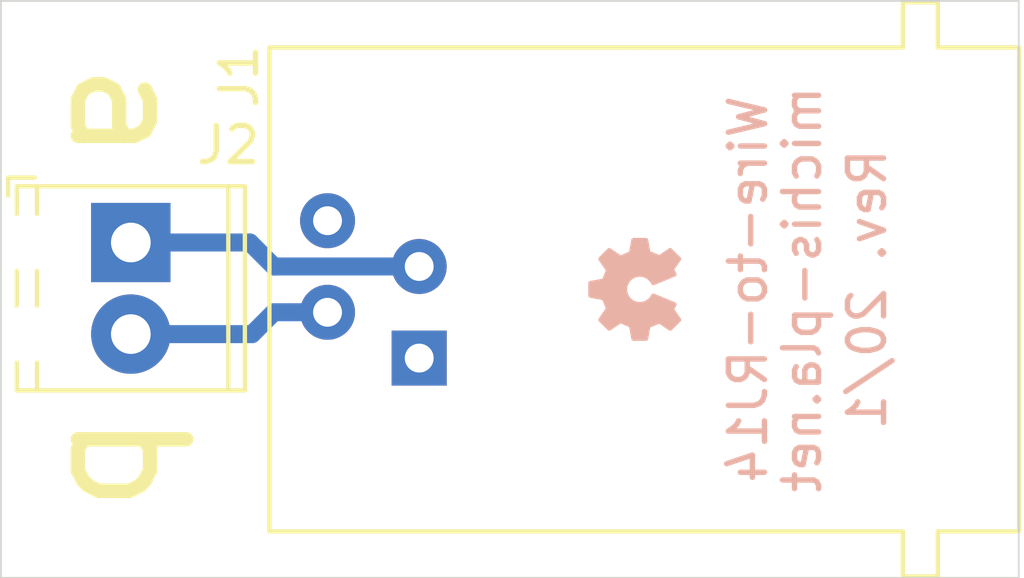
<source format=kicad_pcb>
(kicad_pcb (version 20171130) (host pcbnew "(5.1.8)-1")

  (general
    (thickness 1.6)
    (drawings 9)
    (tracks 6)
    (zones 0)
    (modules 3)
    (nets 5)
  )

  (page A4)
  (title_block
    (title Wire-to-RJ14)
    (date 2020-11-18)
    (rev 20/1)
    (company "Michael Bemmerl")
    (comment 1 "Open Hardware: CERN OHL v1.2")
  )

  (layers
    (0 F.Cu signal)
    (31 B.Cu signal)
    (32 B.Adhes user)
    (33 F.Adhes user)
    (34 B.Paste user)
    (35 F.Paste user)
    (36 B.SilkS user)
    (37 F.SilkS user)
    (38 B.Mask user)
    (39 F.Mask user)
    (40 Dwgs.User user)
    (41 Cmts.User user)
    (42 Eco1.User user)
    (43 Eco2.User user)
    (44 Edge.Cuts user)
    (45 Margin user)
    (46 B.CrtYd user)
    (47 F.CrtYd user)
    (48 B.Fab user)
    (49 F.Fab user hide)
  )

  (setup
    (last_trace_width 0.25)
    (user_trace_width 0.5)
    (trace_clearance 0.2)
    (zone_clearance 0.508)
    (zone_45_only no)
    (trace_min 0.2)
    (via_size 0.8)
    (via_drill 0.4)
    (via_min_size 0.4)
    (via_min_drill 0.3)
    (uvia_size 0.3)
    (uvia_drill 0.1)
    (uvias_allowed no)
    (uvia_min_size 0.2)
    (uvia_min_drill 0.1)
    (edge_width 0.05)
    (segment_width 0.2)
    (pcb_text_width 0.3)
    (pcb_text_size 1.5 1.5)
    (mod_edge_width 0.12)
    (mod_text_size 1 1)
    (mod_text_width 0.15)
    (pad_size 1.524 1.524)
    (pad_drill 0.762)
    (pad_to_mask_clearance 0)
    (aux_axis_origin 0 0)
    (visible_elements 7FFFFFFF)
    (pcbplotparams
      (layerselection 0x010fc_ffffffff)
      (usegerberextensions false)
      (usegerberattributes true)
      (usegerberadvancedattributes true)
      (creategerberjobfile true)
      (excludeedgelayer true)
      (linewidth 0.100000)
      (plotframeref false)
      (viasonmask false)
      (mode 1)
      (useauxorigin false)
      (hpglpennumber 1)
      (hpglpenspeed 20)
      (hpglpendiameter 15.000000)
      (psnegative false)
      (psa4output false)
      (plotreference true)
      (plotvalue true)
      (plotinvisibletext false)
      (padsonsilk false)
      (subtractmaskfromsilk false)
      (outputformat 1)
      (mirror false)
      (drillshape 1)
      (scaleselection 1)
      (outputdirectory ""))
  )

  (net 0 "")
  (net 1 "Net-(J1-Pad4)")
  (net 2 "Net-(J1-Pad1)")
  (net 3 /La)
  (net 4 /Lb)

  (net_class Default "This is the default net class."
    (clearance 0.2)
    (trace_width 0.25)
    (via_dia 0.8)
    (via_drill 0.4)
    (uvia_dia 0.3)
    (uvia_drill 0.1)
    (add_net /La)
    (add_net /Lb)
    (add_net "Net-(J1-Pad1)")
    (add_net "Net-(J1-Pad4)")
  )

  (module mibe:OSHW-Logo_2.7x2.5mm_SilkScreen_NoText (layer B.Cu) (tedit 5ED42AC1) (tstamp 5FB5A179)
    (at 172.7 100 270)
    (descr "Imported from c:\\Users\\Michi\\Desktopaa\\oshw-logo.svg")
    (tags svg2mod)
    (attr virtual)
    (fp_text reference REF** (at 0 0 90) (layer B.SilkS) hide
      (effects (font (size 1 1) (thickness 0.15)) (justify mirror))
    )
    (fp_text value OSHW-Logo_2.7x2.5mm_SilkScreen_NoText (at 0 0 90) (layer B.Fab) hide
      (effects (font (size 1 1) (thickness 0.15)) (justify mirror))
    )
    (fp_poly (pts (xy 1.373638 0.193721) (xy 1.032614 0.257139) (xy 1.02046 0.263416) (xy 1.012429 0.274496)
      (xy 0.907896 0.51837) (xy 0.905459 0.531745) (xy 0.909555 0.544723) (xy 1.108249 0.834322)
      (xy 1.11119 0.846467) (xy 1.106071 0.857897) (xy 0.857901 1.106068) (xy 0.846494 1.111194)
      (xy 0.834356 1.108185) (xy 0.539676 0.905963) (xy 0.526656 0.901823) (xy 0.513185 0.904111)
      (xy 0.276777 1.000901) (xy 0.265645 1.008753) (xy 0.259351 1.020851) (xy 0.193694 1.373575)
      (xy 0.187196 1.384257) (xy 0.175501 1.388709) (xy -0.175501 1.388709) (xy -0.187178 1.384267)
      (xy -0.193673 1.373575) (xy -0.25931 1.020851) (xy -0.265595 1.008753) (xy -0.276735 1.000901)
      (xy -0.513164 0.904127) (xy -0.526651 0.901878) (xy -0.539655 0.905979) (xy -0.834314 1.1082)
      (xy -0.846478 1.11116) (xy -0.85788 1.106084) (xy -1.106071 0.857913) (xy -1.111197 0.846492)
      (xy -1.108248 0.834338) (xy -0.909534 0.544738) (xy -0.905471 0.531751) (xy -0.907896 0.518386)
      (xy -1.01245 0.274512) (xy -1.020457 0.263402) (xy -1.032635 0.257155) (xy -1.373638 0.193737)
      (xy -1.384326 0.1872) (xy -1.38876 0.175507) (xy -1.388739 -0.175473) (xy -1.384297 -0.187184)
      (xy -1.373616 -0.193677) (xy -1.040974 -0.255578) (xy -1.028929 -0.261892) (xy -1.021225 -0.273067)
      (xy -0.917376 -0.532481) (xy -0.915164 -0.545972) (xy -0.919347 -0.558971) (xy -1.108291 -0.834317)
      (xy -1.111231 -0.846472) (xy -1.106113 -0.857892) (xy -0.857902 -1.106063) (xy -0.8465 -1.11116)
      (xy -0.834336 -1.10818) (xy -0.563865 -0.922535) (xy -0.551016 -0.918725) (xy -0.537934 -0.921741)
      (xy -0.418651 -0.985426) (xy -0.399048 -0.978203) (xy -0.153097 -0.383928) (xy -0.152778 -0.371535)
      (xy -0.160317 -0.361703) (xy -0.190168 -0.34342) (xy -0.209046 -0.328974) (xy -0.228804 -0.315448)
      (xy -0.247661 -0.300761) (xy -0.265565 -0.284966) (xy -0.282466 -0.268114) (xy -0.29831 -0.250255)
      (xy -0.313047 -0.23144) (xy -0.326626 -0.211722) (xy -0.338994 -0.19115) (xy -0.3501 -0.169777)
      (xy -0.359893 -0.147654) (xy -0.368321 -0.12483) (xy -0.375332 -0.101359) (xy -0.380874 -0.077291)
      (xy -0.384897 -0.052676) (xy -0.387349 -0.027568) (xy -0.388177 -0.002015) (xy -0.387414 0.022533)
      (xy -0.385153 0.046675) (xy -0.38144 0.070366) (xy -0.376322 0.09356) (xy -0.369843 0.116212)
      (xy -0.362048 0.138276) (xy -0.352984 0.159708) (xy -0.342696 0.18046) (xy -0.331229 0.200489)
      (xy -0.318628 0.219748) (xy -0.30494 0.238192) (xy -0.29021 0.255775) (xy -0.274483 0.272453)
      (xy -0.257805 0.288179) (xy -0.240221 0.302909) (xy -0.221776 0.316596) (xy -0.202517 0.329196)
      (xy -0.182488 0.340662) (xy -0.161736 0.350949) (xy -0.140305 0.360013) (xy -0.118241 0.367806)
      (xy -0.09559 0.374285) (xy -0.072397 0.379403) (xy -0.048708 0.383115) (xy -0.024567 0.385376)
      (xy -0.000022 0.386139) (xy 0.024524 0.385376) (xy 0.048664 0.383115) (xy 0.072353 0.379403)
      (xy 0.095546 0.374285) (xy 0.118196 0.367806) (xy 0.140259 0.360013) (xy 0.161689 0.350949)
      (xy 0.18244 0.340662) (xy 0.202468 0.329196) (xy 0.221726 0.316596) (xy 0.240169 0.302909)
      (xy 0.257752 0.288179) (xy 0.274429 0.272453) (xy 0.290155 0.255775) (xy 0.304884 0.238192)
      (xy 0.318571 0.219748) (xy 0.33117 0.200489) (xy 0.342636 0.18046) (xy 0.352924 0.159708)
      (xy 0.361987 0.138276) (xy 0.369781 0.116212) (xy 0.376259 0.09356) (xy 0.381377 0.070366)
      (xy 0.385089 0.046675) (xy 0.38735 0.022533) (xy 0.388113 -0.002015) (xy 0.387285 -0.027568)
      (xy 0.384834 -0.052676) (xy 0.380812 -0.077291) (xy 0.37527 -0.101359) (xy 0.368261 -0.12483)
      (xy 0.359835 -0.147654) (xy 0.350043 -0.169777) (xy 0.338938 -0.19115) (xy 0.326571 -0.211722)
      (xy 0.312993 -0.23144) (xy 0.298255 -0.250255) (xy 0.28241 -0.268114) (xy 0.265509 -0.284966)
      (xy 0.247603 -0.300761) (xy 0.228743 -0.315448) (xy 0.208982 -0.328974) (xy 0.190146 -0.34342)
      (xy 0.160294 -0.361703) (xy 0.15278 -0.371535) (xy 0.153075 -0.383928) (xy 0.399005 -0.978224)
      (xy 0.418608 -0.985447) (xy 0.537891 -0.921762) (xy 0.550981 -0.918806) (xy 0.563822 -0.922556)
      (xy 0.834314 -1.108201) (xy 0.846467 -1.111141) (xy 0.857859 -1.106084) (xy 1.10607 -0.857913)
      (xy 1.111204 -0.846483) (xy 1.108248 -0.834339) (xy 0.919283 -0.558992) (xy 0.915127 -0.545997)
      (xy 0.917333 -0.532502) (xy 1.021182 -0.273086) (xy 1.028875 -0.261881) (xy 1.04091 -0.255597)
      (xy 1.373553 -0.193695) (xy 1.384226 -0.187163) (xy 1.388677 -0.175492) (xy 1.388718 0.175491)
      (xy 1.384297 0.187206) (xy 1.373637 0.193721) (xy 1.373638 0.193721)) (layer B.SilkS) (width 0.078406))
  )

  (module TerminalBlock_Phoenix:TerminalBlock_Phoenix_MPT-0,5-2-2.54_1x02_P2.54mm_Horizontal (layer F.Cu) (tedit 5B294F98) (tstamp 5FB59BCE)
    (at 158.6 98.7 270)
    (descr "Terminal Block Phoenix MPT-0,5-2-2.54, 2 pins, pitch 2.54mm, size 5.54x6.2mm^2, drill diamater 1.1mm, pad diameter 2.2mm, see http://www.mouser.com/ds/2/324/ItemDetail_1725656-920552.pdf, script-generated using https://github.com/pointhi/kicad-footprint-generator/scripts/TerminalBlock_Phoenix")
    (tags "THT Terminal Block Phoenix MPT-0,5-2-2.54 pitch 2.54mm size 5.54x6.2mm^2 drill 1.1mm pad 2.2mm")
    (path /5FB460A5)
    (fp_text reference J2 (at -2.7 -2.7 180) (layer F.SilkS)
      (effects (font (size 1 1) (thickness 0.15)))
    )
    (fp_text value Screw_Terminal_01x02 (at 1.27 4.16 90) (layer F.Fab)
      (effects (font (size 1 1) (thickness 0.15)))
    )
    (fp_line (start 4.54 -3.6) (end -2 -3.6) (layer F.CrtYd) (width 0.05))
    (fp_line (start 4.54 3.6) (end 4.54 -3.6) (layer F.CrtYd) (width 0.05))
    (fp_line (start -2 3.6) (end 4.54 3.6) (layer F.CrtYd) (width 0.05))
    (fp_line (start -2 -3.6) (end -2 3.6) (layer F.CrtYd) (width 0.05))
    (fp_line (start -1.8 3.4) (end -1.3 3.4) (layer F.SilkS) (width 0.12))
    (fp_line (start -1.8 2.66) (end -1.8 3.4) (layer F.SilkS) (width 0.12))
    (fp_line (start 3.241 -0.835) (end 1.706 0.7) (layer F.Fab) (width 0.1))
    (fp_line (start 3.375 -0.7) (end 1.84 0.835) (layer F.Fab) (width 0.1))
    (fp_line (start 0.701 -0.835) (end -0.835 0.7) (layer F.Fab) (width 0.1))
    (fp_line (start 0.835 -0.7) (end -0.701 0.835) (layer F.Fab) (width 0.1))
    (fp_line (start 4.1 -3.16) (end 4.1 3.16) (layer F.SilkS) (width 0.12))
    (fp_line (start -1.56 -3.16) (end -1.56 3.16) (layer F.SilkS) (width 0.12))
    (fp_line (start 3.33 3.16) (end 4.1 3.16) (layer F.SilkS) (width 0.12))
    (fp_line (start 0.79 3.16) (end 1.75 3.16) (layer F.SilkS) (width 0.12))
    (fp_line (start -1.56 3.16) (end -0.79 3.16) (layer F.SilkS) (width 0.12))
    (fp_line (start -1.56 -3.16) (end 4.1 -3.16) (layer F.SilkS) (width 0.12))
    (fp_line (start -1.56 -2.7) (end 4.1 -2.7) (layer F.SilkS) (width 0.12))
    (fp_line (start -1.5 -2.7) (end 4.04 -2.7) (layer F.Fab) (width 0.1))
    (fp_line (start 3.33 2.6) (end 4.1 2.6) (layer F.SilkS) (width 0.12))
    (fp_line (start 0.79 2.6) (end 1.75 2.6) (layer F.SilkS) (width 0.12))
    (fp_line (start -1.56 2.6) (end -0.79 2.6) (layer F.SilkS) (width 0.12))
    (fp_line (start -1.5 2.6) (end 4.04 2.6) (layer F.Fab) (width 0.1))
    (fp_line (start -1.5 2.6) (end -1.5 -3.1) (layer F.Fab) (width 0.1))
    (fp_line (start -1 3.1) (end -1.5 2.6) (layer F.Fab) (width 0.1))
    (fp_line (start 4.04 3.1) (end -1 3.1) (layer F.Fab) (width 0.1))
    (fp_line (start 4.04 -3.1) (end 4.04 3.1) (layer F.Fab) (width 0.1))
    (fp_line (start -1.5 -3.1) (end 4.04 -3.1) (layer F.Fab) (width 0.1))
    (fp_circle (center 2.54 0) (end 3.64 0) (layer F.Fab) (width 0.1))
    (fp_circle (center 0 0) (end 1.1 0) (layer F.Fab) (width 0.1))
    (fp_text user %R (at 1.27 2 90) (layer F.Fab)
      (effects (font (size 1 1) (thickness 0.15)))
    )
    (pad "" np_thru_hole circle (at 2.54 2.54 270) (size 1.1 1.1) (drill 1.1) (layers *.Cu *.Mask))
    (pad 2 thru_hole circle (at 2.54 0 270) (size 2.2 2.2) (drill 1.1) (layers *.Cu *.Mask)
      (net 4 /Lb))
    (pad "" np_thru_hole circle (at 0 2.54 270) (size 1.1 1.1) (drill 1.1) (layers *.Cu *.Mask))
    (pad 1 thru_hole rect (at 0 0 270) (size 2.2 2.2) (drill 1.1) (layers *.Cu *.Mask)
      (net 3 /La))
    (model ${KISYS3DMOD}/TerminalBlock_Phoenix.3dshapes/TerminalBlock_Phoenix_MPT-0,5-2-2.54_1x02_P2.54mm_Horizontal.wrl
      (at (xyz 0 0 0))
      (scale (xyz 1 1 1))
      (rotate (xyz 0 0 0))
    )
  )

  (module mibe:RJ14_Reichelt_MEBP_6-4S (layer F.Cu) (tedit 5FB450E8) (tstamp 5FB59C59)
    (at 183.1 100 90)
    (path /5FB4540E)
    (fp_text reference J1 (at 5.9 -21.5 90) (layer F.SilkS)
      (effects (font (size 1 1) (thickness 0.15)))
    )
    (fp_text value 6P4C (at 0 1.6 90) (layer F.Fab)
      (effects (font (size 1 1) (thickness 0.15)))
    )
    (fp_line (start -6.71 -3.11) (end -6.71 -20.66) (layer F.SilkS) (width 0.12))
    (fp_line (start -6.71 0.11) (end -6.71 -2.14) (layer F.SilkS) (width 0.12))
    (fp_line (start -7.96 -2.14) (end -6.71 -2.14) (layer F.SilkS) (width 0.12))
    (fp_line (start -7.96 -3.11) (end -7.96 -2.14) (layer F.SilkS) (width 0.12))
    (fp_line (start -6.71 -3.11) (end -7.96 -3.11) (layer F.SilkS) (width 0.12))
    (fp_line (start -6.71 -20.66) (end 6.71 -20.66) (layer F.SilkS) (width 0.12))
    (fp_line (start 6.71 -3.11) (end 6.71 -20.66) (layer F.SilkS) (width 0.12))
    (fp_line (start 7.96 -3.11) (end 6.71 -3.11) (layer F.SilkS) (width 0.12))
    (fp_line (start 7.96 -2.14) (end 7.96 -3.11) (layer F.SilkS) (width 0.12))
    (fp_line (start 6.71 -2.14) (end 7.96 -2.14) (layer F.SilkS) (width 0.12))
    (fp_line (start 6.71 0.11) (end 6.71 -2.14) (layer F.SilkS) (width 0.12))
    (fp_line (start -6.71 0.11) (end 6.71 0.11) (layer F.SilkS) (width 0.12))
    (fp_line (start -7.85 -2.25) (end -7.85 -3) (layer F.Fab) (width 0.1))
    (fp_line (start -6.6 -3) (end -7.85 -3) (layer F.Fab) (width 0.1))
    (fp_line (start -6.6 -2.25) (end -7.85 -2.25) (layer F.Fab) (width 0.1))
    (fp_line (start 7.85 -3) (end 7.85 -2.25) (layer F.Fab) (width 0.1))
    (fp_line (start 6.6 -2.25) (end 7.85 -2.25) (layer F.Fab) (width 0.1))
    (fp_line (start 6.6 -3) (end 7.85 -3) (layer F.Fab) (width 0.1))
    (fp_line (start -6.6 -20.55) (end -6.6 0) (layer F.Fab) (width 0.1))
    (fp_line (start 6.6 -20.55) (end -6.6 -20.55) (layer F.Fab) (width 0.1))
    (fp_line (start 6.6 0) (end 6.6 -20.55) (layer F.Fab) (width 0.1))
    (fp_line (start -6.6 0) (end 6.6 0) (layer F.Fab) (width 0.1))
    (fp_text user %R (at 0 -8.71 90) (layer F.Fab)
      (effects (font (size 1 1) (thickness 0.15)))
    )
    (pad "" np_thru_hole circle (at 5.05 -10.4 90) (size 3 3) (drill 3) (layers *.Cu *.Mask))
    (pad "" np_thru_hole circle (at -5.05 -10.4 90) (size 3 3) (drill 3) (layers *.Cu *.Mask))
    (pad 4 thru_hole circle (at 1.905 -19.05 90) (size 1.524 1.524) (drill 0.8) (layers *.Cu *.Mask)
      (net 1 "Net-(J1-Pad4)"))
    (pad 3 thru_hole circle (at 0.635 -16.51 90) (size 1.524 1.524) (drill 0.8) (layers *.Cu *.Mask)
      (net 3 /La))
    (pad 2 thru_hole circle (at -0.635 -19.05 90) (size 1.524 1.524) (drill 0.8) (layers *.Cu *.Mask)
      (net 4 /Lb))
    (pad 1 thru_hole rect (at -1.905 -16.51 90) (size 1.524 1.524) (drill 0.8) (layers *.Cu *.Mask)
      (net 2 "Net-(J1-Pad1)"))
  )

  (gr_text "Rev. 20/1" (at 179 100 90) (layer B.SilkS)
    (effects (font (size 1 1) (thickness 0.15)) (justify mirror))
  )
  (gr_text michis-pla.net (at 177.2 100 90) (layer B.SilkS)
    (effects (font (size 1 1) (thickness 0.15)) (justify mirror))
  )
  (gr_text Wire-to-RJ14 (at 175.7 100 90) (layer B.SilkS)
    (effects (font (size 1 1) (thickness 0.15)) (justify mirror))
  )
  (gr_text b (at 158.5 104.8 270) (layer F.SilkS) (tstamp 5FB5A017)
    (effects (font (size 3 3) (thickness 0.4)))
  )
  (gr_text a (at 158.5 95.1 270) (layer F.SilkS)
    (effects (font (size 3 3) (thickness 0.4)))
  )
  (gr_line (start 155 108) (end 155 92) (layer Edge.Cuts) (width 0.05) (tstamp 5FB59EE0))
  (gr_line (start 183.2 108) (end 155 108) (layer Edge.Cuts) (width 0.05))
  (gr_line (start 183.2 92) (end 183.2 108) (layer Edge.Cuts) (width 0.05))
  (gr_line (start 155 92) (end 183.2 92) (layer Edge.Cuts) (width 0.05))

  (segment (start 158.6 98.7) (end 161.9 98.7) (width 0.5) (layer B.Cu) (net 3))
  (segment (start 162.565 99.365) (end 166.59 99.365) (width 0.5) (layer B.Cu) (net 3))
  (segment (start 161.9 98.7) (end 162.565 99.365) (width 0.5) (layer B.Cu) (net 3))
  (segment (start 161.96 101.24) (end 158.6 101.24) (width 0.5) (layer B.Cu) (net 4))
  (segment (start 162.565 100.635) (end 161.96 101.24) (width 0.5) (layer B.Cu) (net 4))
  (segment (start 164.05 100.635) (end 162.565 100.635) (width 0.5) (layer B.Cu) (net 4))

)

</source>
